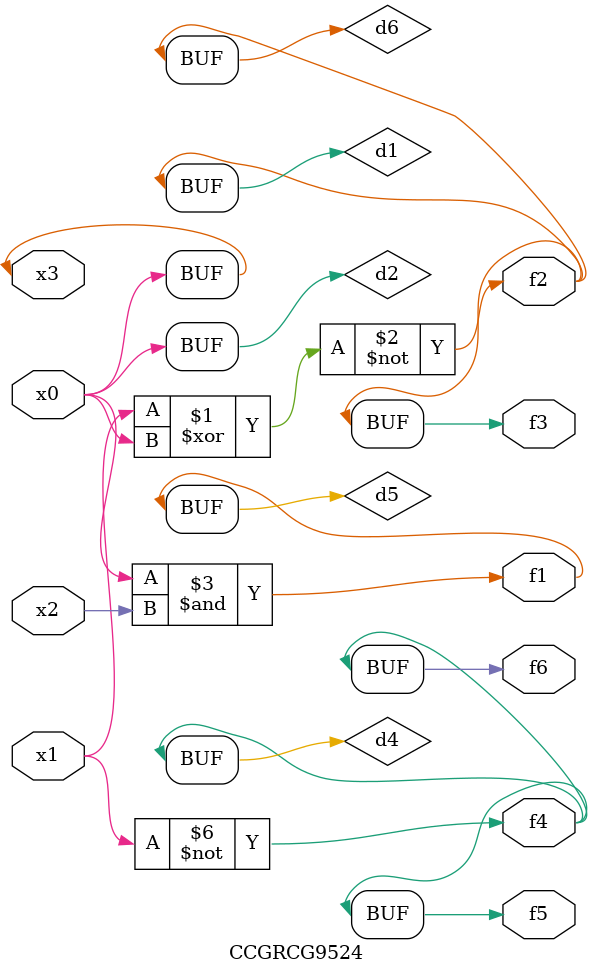
<source format=v>
module CCGRCG9524(
	input x0, x1, x2, x3,
	output f1, f2, f3, f4, f5, f6
);

	wire d1, d2, d3, d4, d5, d6;

	xnor (d1, x1, x3);
	buf (d2, x0, x3);
	nand (d3, x0, x2);
	not (d4, x1);
	nand (d5, d3);
	or (d6, d1);
	assign f1 = d5;
	assign f2 = d6;
	assign f3 = d6;
	assign f4 = d4;
	assign f5 = d4;
	assign f6 = d4;
endmodule

</source>
